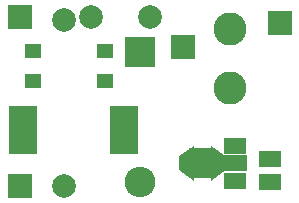
<source format=gbs>
G04 #@! TF.GenerationSoftware,KiCad,Pcbnew,5.0.0-rc1-44a33f2~62~ubuntu16.04.1*
G04 #@! TF.CreationDate,2018-03-21T06:14:50+02:00*
G04 #@! TF.ProjectId,buck_led_driver,6275636B5F6C65645F6472697665722E,rev?*
G04 #@! TF.SameCoordinates,Original*
G04 #@! TF.FileFunction,Soldermask,Bot*
G04 #@! TF.FilePolarity,Negative*
%FSLAX46Y46*%
G04 Gerber Fmt 4.6, Leading zero omitted, Abs format (unit mm)*
G04 Created by KiCad (PCBNEW 5.0.0-rc1-44a33f2~62~ubuntu16.04.1) date Wed Mar 21 06:14:50 2018*
%MOMM*%
%LPD*%
G01*
G04 APERTURE LIST*
%ADD10R,2.100000X2.100000*%
%ADD11C,2.800000*%
%ADD12O,2.600000X2.600000*%
%ADD13R,2.600000X2.600000*%
%ADD14C,2.000000*%
%ADD15R,2.400000X4.150000*%
%ADD16R,1.900000X1.370000*%
%ADD17R,1.400000X1.200000*%
%ADD18C,1.250000*%
%ADD19C,0.100000*%
%ADD20R,1.900000X1.400000*%
%ADD21R,2.200000X1.400000*%
%ADD22R,2.240000X2.600000*%
%ADD23C,1.400000*%
G04 APERTURE END LIST*
D10*
X173250000Y-81750000D03*
X165000000Y-83750000D03*
D11*
X169000000Y-82250000D03*
X169000000Y-87250000D03*
D12*
X161400000Y-95200000D03*
D13*
X161400000Y-84200000D03*
D14*
X155000000Y-81500000D03*
X155000000Y-95500000D03*
D10*
X151200000Y-81200000D03*
X151200000Y-95500000D03*
D15*
X160005000Y-90800000D03*
X151500000Y-90800000D03*
D16*
X172400000Y-93245000D03*
X172400000Y-95155000D03*
D17*
X152325000Y-86670000D03*
X152325000Y-84130000D03*
X158475000Y-84130000D03*
X158475000Y-86670000D03*
D18*
X165333000Y-93600000D03*
D19*
G36*
X164708000Y-92996368D02*
X165958000Y-92114016D01*
X165958000Y-95085984D01*
X164708000Y-94203632D01*
X164708000Y-92996368D01*
X164708000Y-92996368D01*
G37*
D20*
X169480000Y-92100000D03*
D21*
X169333500Y-93600000D03*
D20*
X169480000Y-95100000D03*
D22*
X166666500Y-93600000D03*
D23*
X168076200Y-93600000D03*
D19*
G36*
X168776200Y-94104131D02*
X167376200Y-95084131D01*
X167376200Y-92115869D01*
X168776200Y-93095869D01*
X168776200Y-94104131D01*
X168776200Y-94104131D01*
G37*
D14*
X157250000Y-81250000D03*
X162250000Y-81250000D03*
M02*

</source>
